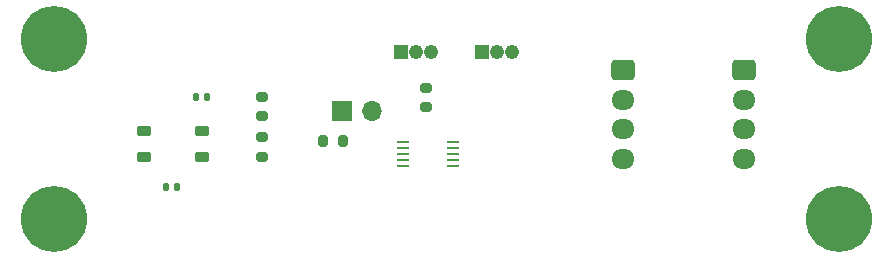
<source format=gbr>
%TF.GenerationSoftware,KiCad,Pcbnew,8.0.1*%
%TF.CreationDate,2024-03-19T19:55:23+01:00*%
%TF.ProjectId,lang1,6c616e67-312e-46b6-9963-61645f706362,rev?*%
%TF.SameCoordinates,Original*%
%TF.FileFunction,Soldermask,Top*%
%TF.FilePolarity,Negative*%
%FSLAX46Y46*%
G04 Gerber Fmt 4.6, Leading zero omitted, Abs format (unit mm)*
G04 Created by KiCad (PCBNEW 8.0.1) date 2024-03-19 19:55:23*
%MOMM*%
%LPD*%
G01*
G04 APERTURE LIST*
G04 Aperture macros list*
%AMRoundRect*
0 Rectangle with rounded corners*
0 $1 Rounding radius*
0 $2 $3 $4 $5 $6 $7 $8 $9 X,Y pos of 4 corners*
0 Add a 4 corners polygon primitive as box body*
4,1,4,$2,$3,$4,$5,$6,$7,$8,$9,$2,$3,0*
0 Add four circle primitives for the rounded corners*
1,1,$1+$1,$2,$3*
1,1,$1+$1,$4,$5*
1,1,$1+$1,$6,$7*
1,1,$1+$1,$8,$9*
0 Add four rect primitives between the rounded corners*
20,1,$1+$1,$2,$3,$4,$5,0*
20,1,$1+$1,$4,$5,$6,$7,0*
20,1,$1+$1,$6,$7,$8,$9,0*
20,1,$1+$1,$8,$9,$2,$3,0*%
G04 Aperture macros list end*
%ADD10R,1.700000X1.700000*%
%ADD11O,1.700000X1.700000*%
%ADD12C,5.600000*%
%ADD13RoundRect,0.218750X-0.381250X0.218750X-0.381250X-0.218750X0.381250X-0.218750X0.381250X0.218750X0*%
%ADD14RoundRect,0.102000X-0.515000X-0.515000X0.515000X-0.515000X0.515000X0.515000X-0.515000X0.515000X0*%
%ADD15C,1.234000*%
%ADD16RoundRect,0.200000X-0.275000X0.200000X-0.275000X-0.200000X0.275000X-0.200000X0.275000X0.200000X0*%
%ADD17RoundRect,0.140000X-0.140000X-0.170000X0.140000X-0.170000X0.140000X0.170000X-0.140000X0.170000X0*%
%ADD18R,1.100000X0.250000*%
%ADD19RoundRect,0.200000X0.200000X0.275000X-0.200000X0.275000X-0.200000X-0.275000X0.200000X-0.275000X0*%
%ADD20RoundRect,0.250000X-0.725000X0.600000X-0.725000X-0.600000X0.725000X-0.600000X0.725000X0.600000X0*%
%ADD21O,1.950000X1.700000*%
G04 APERTURE END LIST*
D10*
%TO.C,J3*%
X123407898Y-59472102D03*
D11*
X125947898Y-59472102D03*
%TD*%
D12*
%TO.C,H4*%
X165484000Y-68590000D03*
%TD*%
%TO.C,H3*%
X99060000Y-68590000D03*
%TD*%
%TO.C,H2*%
X165484000Y-53340000D03*
%TD*%
%TO.C,H1*%
X99060000Y-53340000D03*
%TD*%
D13*
%TO.C,FB1*%
X106680000Y-61200000D03*
X106680000Y-63325000D03*
%TD*%
D14*
%TO.C,VDD*%
X135228000Y-54450000D03*
D15*
X136498000Y-54450000D03*
X137768000Y-54450000D03*
%TD*%
D16*
%TO.C,R2*%
X130492485Y-57495679D03*
X130492485Y-59145679D03*
%TD*%
D17*
%TO.C,C2*%
X111040000Y-58245000D03*
X112000000Y-58245000D03*
%TD*%
D13*
%TO.C,FB2*%
X111520000Y-61200000D03*
X111520000Y-63325000D03*
%TD*%
D18*
%TO.C,ADS1115IDGS*%
X128546746Y-64089762D03*
X128546746Y-63589762D03*
X128546746Y-63089762D03*
X128546746Y-62589762D03*
X128546746Y-62089762D03*
X132846746Y-62089762D03*
X132846746Y-62589762D03*
X132846746Y-63089762D03*
X132846746Y-63589762D03*
X132846746Y-64089762D03*
%TD*%
D19*
%TO.C,R1*%
X123476485Y-62012102D03*
X121826485Y-62012102D03*
%TD*%
D17*
%TO.C,C1*%
X108500000Y-65865000D03*
X109460000Y-65865000D03*
%TD*%
D16*
%TO.C,R3*%
X116600000Y-61675000D03*
X116600000Y-63325000D03*
%TD*%
D20*
%TO.C,J2*%
X147200000Y-56000000D03*
D21*
X147200000Y-58500000D03*
X147200000Y-61000000D03*
X147200000Y-63500000D03*
%TD*%
D14*
%TO.C,VDD*%
X128428000Y-54450000D03*
D15*
X129698000Y-54450000D03*
X130968000Y-54450000D03*
%TD*%
D16*
%TO.C,R4*%
X116600000Y-58245000D03*
X116600000Y-59895000D03*
%TD*%
D20*
%TO.C,J1*%
X157480000Y-56000000D03*
D21*
X157480000Y-58500000D03*
X157480000Y-61000000D03*
X157480000Y-63500000D03*
%TD*%
M02*

</source>
